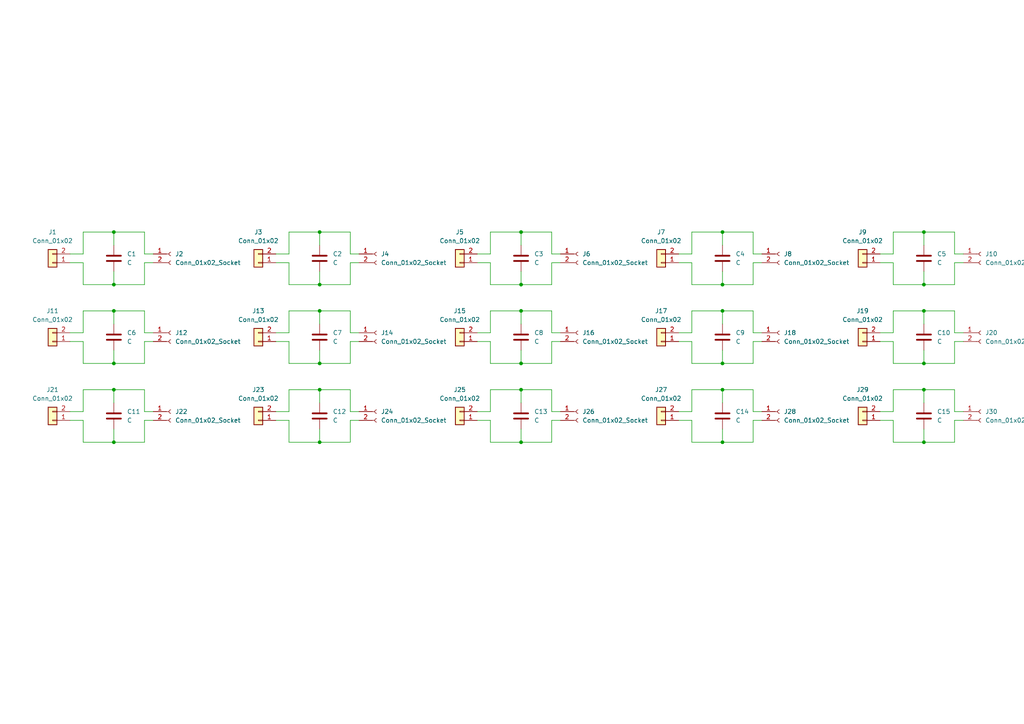
<source format=kicad_sch>
(kicad_sch (version 20231120) (generator "eeschema") (generator_version "8.0")
  (paper "A4")
  (lib_symbols
    (symbol "Connector:Conn_01x02_Socket" (pin_names (offset 1.016) hide)
      (property "Reference" "J" (at 0 2.54 0))
      (property "Value" "Conn_01x02_Socket" (at 0 -5.08 0))
      (symbol "Conn_01x02_Socket_1_1"
        (arc (start 0 -2.032) (mid -0.5058 -2.54) (end 0 -3.048) (stroke (width 0.1524)))
        (polyline (pts (xy -1.27 -2.54) (xy -0.508 -2.54)) (stroke (width 0.1524)))
        (polyline (pts (xy -1.27 0) (xy -0.508 0)) (stroke (width 0.1524)))
        (arc (start 0 0.508) (mid -0.5058 0) (end 0 -0.508) (stroke (width 0.1524)))
        (pin passive line (at -5.08 0 0) (length 3.81) (name "Pin_1") (number "1"))
        (pin passive line (at -5.08 -2.54 0) (length 3.81) (name "Pin_2") (number "2"))
      )
    )
    (symbol "Connector_Generic:Conn_01x02" (pin_names (offset 1.016) hide)
      (property "Reference" "J" (at 0 2.54 0))
      (property "Value" "Conn_01x02" (at 0 -5.08 0))
      (symbol "Conn_01x02_1_1"
        (rectangle (start -1.27 -2.413) (end 0 -2.667) (stroke (width 0.1524)))
        (rectangle (start -1.27 0.127) (end 0 -0.127) (stroke (width 0.1524)))
        (rectangle (start -1.27 1.27) (end 1.27 -3.81) (stroke (width 0.254)) (fill (type background)))
        (pin passive line (at -5.08 0 0) (length 3.81) (name "Pin_1") (number "1"))
        (pin passive line (at -5.08 -2.54 0) (length 3.81) (name "Pin_2") (number "2"))
      )
    )
    (symbol "Device:C" (pin_numbers hide) (pin_names (offset 0.254))
      (property "Reference" "C" (at 0.635 2.54 0))
      (property "Value" "C" (at 0.635 -2.54 0))
      (symbol "C_0_1"
        (polyline (pts (xy -2.032 -0.762) (xy 2.032 -0.762)) (stroke (width 0.508)))
        (polyline (pts (xy -2.032 0.762) (xy 2.032 0.762)) (stroke (width 0.508)))
      )
      (symbol "C_1_1"
        (pin passive line (at 0 3.81 270) (length 2.794) (name "~") (number "1"))
        (pin passive line (at 0 -3.81 90) (length 2.794) (name "~") (number "2"))
      )
    )
  )
  (junction (at 92.71 105.41))
  (junction (at 209.55 128.27))
  (junction (at 267.97 67.31))
  (junction (at 33.02 67.31))
  (junction (at 151.13 105.41))
  (junction (at 33.02 82.55))
  (junction (at 151.13 113.03))
  (junction (at 33.02 113.03))
  (junction (at 92.71 113.03))
  (junction (at 267.97 105.41))
  (junction (at 92.71 128.27))
  (junction (at 267.97 128.27))
  (junction (at 209.55 105.41))
  (junction (at 151.13 128.27))
  (junction (at 209.55 90.17))
  (junction (at 33.02 105.41))
  (junction (at 92.71 67.31))
  (junction (at 92.71 90.17))
  (junction (at 33.02 128.27))
  (junction (at 151.13 90.17))
  (junction (at 267.97 90.17))
  (junction (at 151.13 67.31))
  (junction (at 209.55 67.31))
  (junction (at 267.97 82.55))
  (junction (at 151.13 82.55))
  (junction (at 209.55 113.03))
  (junction (at 33.02 90.17))
  (junction (at 267.97 113.03))
  (junction (at 92.71 82.55))
  (junction (at 209.55 82.55))
  (wire (pts (xy 218.44 73.66) (xy 220.98 73.66)))
  (wire (pts (xy 151.13 67.31) (xy 151.13 71.12)))
  (wire (pts (xy 276.86 82.55) (xy 276.86 76.2)))
  (wire (pts (xy 267.97 113.03) (xy 276.86 113.03)))
  (wire (pts (xy 196.85 73.66) (xy 200.66 73.66)))
  (wire (pts (xy 24.13 82.55) (xy 33.02 82.55)))
  (wire (pts (xy 209.55 90.17) (xy 209.55 93.98)))
  (wire (pts (xy 33.02 78.74) (xy 33.02 82.55)))
  (wire (pts (xy 151.13 124.46) (xy 151.13 128.27)))
  (wire (pts (xy 151.13 101.6) (xy 151.13 105.41)))
  (wire (pts (xy 267.97 124.46) (xy 267.97 128.27)))
  (wire (pts (xy 101.6 119.38) (xy 104.14 119.38)))
  (wire (pts (xy 92.71 67.31) (xy 92.71 71.12)))
  (wire (pts (xy 218.44 128.27) (xy 218.44 121.92)))
  (wire (pts (xy 138.43 119.38) (xy 142.24 119.38)))
  (wire (pts (xy 267.97 113.03) (xy 267.97 116.84)))
  (wire (pts (xy 259.08 119.38) (xy 259.08 113.03)))
  (wire (pts (xy 142.24 76.2) (xy 142.24 82.55)))
  (wire (pts (xy 160.02 128.27) (xy 160.02 121.92)))
  (wire (pts (xy 160.02 121.92) (xy 162.56 121.92)))
  (wire (pts (xy 101.6 121.92) (xy 104.14 121.92)))
  (wire (pts (xy 259.08 121.92) (xy 259.08 128.27)))
  (wire (pts (xy 33.02 90.17) (xy 41.91 90.17)))
  (wire (pts (xy 80.01 73.66) (xy 83.82 73.66)))
  (wire (pts (xy 83.82 119.38) (xy 83.82 113.03)))
  (wire (pts (xy 200.66 96.52) (xy 200.66 90.17)))
  (wire (pts (xy 20.32 119.38) (xy 24.13 119.38)))
  (wire (pts (xy 83.82 128.27) (xy 92.71 128.27)))
  (wire (pts (xy 259.08 82.55) (xy 267.97 82.55)))
  (wire (pts (xy 255.27 119.38) (xy 259.08 119.38)))
  (wire (pts (xy 92.71 128.27) (xy 101.6 128.27)))
  (wire (pts (xy 276.86 67.31) (xy 276.86 73.66)))
  (wire (pts (xy 276.86 90.17) (xy 276.86 96.52)))
  (wire (pts (xy 259.08 90.17) (xy 267.97 90.17)))
  (wire (pts (xy 92.71 101.6) (xy 92.71 105.41)))
  (wire (pts (xy 33.02 82.55) (xy 41.91 82.55)))
  (wire (pts (xy 209.55 101.6) (xy 209.55 105.41)))
  (wire (pts (xy 259.08 128.27) (xy 267.97 128.27)))
  (wire (pts (xy 33.02 67.31) (xy 33.02 71.12)))
  (wire (pts (xy 92.71 90.17) (xy 101.6 90.17)))
  (wire (pts (xy 92.71 113.03) (xy 101.6 113.03)))
  (wire (pts (xy 92.71 124.46) (xy 92.71 128.27)))
  (wire (pts (xy 83.82 99.06) (xy 83.82 105.41)))
  (wire (pts (xy 138.43 121.92) (xy 142.24 121.92)))
  (wire (pts (xy 20.32 96.52) (xy 24.13 96.52)))
  (wire (pts (xy 276.86 99.06) (xy 279.4 99.06)))
  (wire (pts (xy 41.91 113.03) (xy 41.91 119.38)))
  (wire (pts (xy 92.71 67.31) (xy 101.6 67.31)))
  (wire (pts (xy 24.13 90.17) (xy 33.02 90.17)))
  (wire (pts (xy 200.66 90.17) (xy 209.55 90.17)))
  (wire (pts (xy 255.27 76.2) (xy 259.08 76.2)))
  (wire (pts (xy 41.91 121.92) (xy 44.45 121.92)))
  (wire (pts (xy 101.6 105.41) (xy 101.6 99.06)))
  (wire (pts (xy 142.24 121.92) (xy 142.24 128.27)))
  (wire (pts (xy 160.02 119.38) (xy 162.56 119.38)))
  (wire (pts (xy 267.97 78.74) (xy 267.97 82.55)))
  (wire (pts (xy 24.13 73.66) (xy 24.13 67.31)))
  (wire (pts (xy 138.43 96.52) (xy 142.24 96.52)))
  (wire (pts (xy 200.66 99.06) (xy 200.66 105.41)))
  (wire (pts (xy 209.55 67.31) (xy 218.44 67.31)))
  (wire (pts (xy 142.24 90.17) (xy 151.13 90.17)))
  (wire (pts (xy 33.02 128.27) (xy 41.91 128.27)))
  (wire (pts (xy 160.02 76.2) (xy 162.56 76.2)))
  (wire (pts (xy 209.55 82.55) (xy 218.44 82.55)))
  (wire (pts (xy 33.02 105.41) (xy 41.91 105.41)))
  (wire (pts (xy 276.86 96.52) (xy 279.4 96.52)))
  (wire (pts (xy 209.55 90.17) (xy 218.44 90.17)))
  (wire (pts (xy 138.43 99.06) (xy 142.24 99.06)))
  (wire (pts (xy 92.71 90.17) (xy 92.71 93.98)))
  (wire (pts (xy 142.24 82.55) (xy 151.13 82.55)))
  (wire (pts (xy 196.85 99.06) (xy 200.66 99.06)))
  (wire (pts (xy 41.91 67.31) (xy 41.91 73.66)))
  (wire (pts (xy 142.24 67.31) (xy 151.13 67.31)))
  (wire (pts (xy 196.85 119.38) (xy 200.66 119.38)))
  (wire (pts (xy 160.02 67.31) (xy 160.02 73.66)))
  (wire (pts (xy 160.02 105.41) (xy 160.02 99.06)))
  (wire (pts (xy 24.13 96.52) (xy 24.13 90.17)))
  (wire (pts (xy 33.02 67.31) (xy 41.91 67.31)))
  (wire (pts (xy 92.71 78.74) (xy 92.71 82.55)))
  (wire (pts (xy 142.24 119.38) (xy 142.24 113.03)))
  (wire (pts (xy 151.13 113.03) (xy 151.13 116.84)))
  (wire (pts (xy 24.13 99.06) (xy 24.13 105.41)))
  (wire (pts (xy 218.44 67.31) (xy 218.44 73.66)))
  (wire (pts (xy 83.82 82.55) (xy 92.71 82.55)))
  (wire (pts (xy 209.55 128.27) (xy 218.44 128.27)))
  (wire (pts (xy 92.71 82.55) (xy 101.6 82.55)))
  (wire (pts (xy 101.6 82.55) (xy 101.6 76.2)))
  (wire (pts (xy 218.44 96.52) (xy 220.98 96.52)))
  (wire (pts (xy 101.6 76.2) (xy 104.14 76.2)))
  (wire (pts (xy 267.97 128.27) (xy 276.86 128.27)))
  (wire (pts (xy 196.85 121.92) (xy 200.66 121.92)))
  (wire (pts (xy 255.27 121.92) (xy 259.08 121.92)))
  (wire (pts (xy 92.71 105.41) (xy 101.6 105.41)))
  (wire (pts (xy 83.82 121.92) (xy 83.82 128.27)))
  (wire (pts (xy 151.13 113.03) (xy 160.02 113.03)))
  (wire (pts (xy 151.13 90.17) (xy 160.02 90.17)))
  (wire (pts (xy 83.82 96.52) (xy 83.82 90.17)))
  (wire (pts (xy 200.66 76.2) (xy 200.66 82.55)))
  (wire (pts (xy 151.13 67.31) (xy 160.02 67.31)))
  (wire (pts (xy 200.66 113.03) (xy 209.55 113.03)))
  (wire (pts (xy 267.97 90.17) (xy 276.86 90.17)))
  (wire (pts (xy 20.32 99.06) (xy 24.13 99.06)))
  (wire (pts (xy 259.08 96.52) (xy 259.08 90.17)))
  (wire (pts (xy 200.66 121.92) (xy 200.66 128.27)))
  (wire (pts (xy 200.66 82.55) (xy 209.55 82.55)))
  (wire (pts (xy 24.13 128.27) (xy 33.02 128.27)))
  (wire (pts (xy 160.02 113.03) (xy 160.02 119.38)))
  (wire (pts (xy 276.86 121.92) (xy 279.4 121.92)))
  (wire (pts (xy 267.97 101.6) (xy 267.97 105.41)))
  (wire (pts (xy 196.85 96.52) (xy 200.66 96.52)))
  (wire (pts (xy 101.6 99.06) (xy 104.14 99.06)))
  (wire (pts (xy 209.55 78.74) (xy 209.55 82.55)))
  (wire (pts (xy 83.82 105.41) (xy 92.71 105.41)))
  (wire (pts (xy 209.55 105.41) (xy 218.44 105.41)))
  (wire (pts (xy 218.44 121.92) (xy 220.98 121.92)))
  (wire (pts (xy 209.55 113.03) (xy 218.44 113.03)))
  (wire (pts (xy 83.82 76.2) (xy 83.82 82.55)))
  (wire (pts (xy 41.91 73.66) (xy 44.45 73.66)))
  (wire (pts (xy 267.97 105.41) (xy 276.86 105.41)))
  (wire (pts (xy 218.44 119.38) (xy 220.98 119.38)))
  (wire (pts (xy 218.44 76.2) (xy 220.98 76.2)))
  (wire (pts (xy 83.82 113.03) (xy 92.71 113.03)))
  (wire (pts (xy 259.08 76.2) (xy 259.08 82.55)))
  (wire (pts (xy 255.27 73.66) (xy 259.08 73.66)))
  (wire (pts (xy 101.6 67.31) (xy 101.6 73.66)))
  (wire (pts (xy 101.6 113.03) (xy 101.6 119.38)))
  (wire (pts (xy 160.02 73.66) (xy 162.56 73.66)))
  (wire (pts (xy 209.55 67.31) (xy 209.55 71.12)))
  (wire (pts (xy 80.01 119.38) (xy 83.82 119.38)))
  (wire (pts (xy 160.02 82.55) (xy 160.02 76.2)))
  (wire (pts (xy 259.08 67.31) (xy 267.97 67.31)))
  (wire (pts (xy 24.13 121.92) (xy 24.13 128.27)))
  (wire (pts (xy 267.97 67.31) (xy 276.86 67.31)))
  (wire (pts (xy 200.66 67.31) (xy 209.55 67.31)))
  (wire (pts (xy 200.66 128.27) (xy 209.55 128.27)))
  (wire (pts (xy 41.91 99.06) (xy 44.45 99.06)))
  (wire (pts (xy 276.86 119.38) (xy 279.4 119.38)))
  (wire (pts (xy 142.24 105.41) (xy 151.13 105.41)))
  (wire (pts (xy 276.86 105.41) (xy 276.86 99.06)))
  (wire (pts (xy 83.82 90.17) (xy 92.71 90.17)))
  (wire (pts (xy 151.13 105.41) (xy 160.02 105.41)))
  (wire (pts (xy 80.01 99.06) (xy 83.82 99.06)))
  (wire (pts (xy 41.91 128.27) (xy 41.91 121.92)))
  (wire (pts (xy 267.97 90.17) (xy 267.97 93.98)))
  (wire (pts (xy 24.13 67.31) (xy 33.02 67.31)))
  (wire (pts (xy 218.44 82.55) (xy 218.44 76.2)))
  (wire (pts (xy 101.6 128.27) (xy 101.6 121.92)))
  (wire (pts (xy 142.24 96.52) (xy 142.24 90.17)))
  (wire (pts (xy 33.02 90.17) (xy 33.02 93.98)))
  (wire (pts (xy 33.02 113.03) (xy 41.91 113.03)))
  (wire (pts (xy 142.24 99.06) (xy 142.24 105.41)))
  (wire (pts (xy 92.71 113.03) (xy 92.71 116.84)))
  (wire (pts (xy 20.32 76.2) (xy 24.13 76.2)))
  (wire (pts (xy 151.13 82.55) (xy 160.02 82.55)))
  (wire (pts (xy 160.02 90.17) (xy 160.02 96.52)))
  (wire (pts (xy 80.01 76.2) (xy 83.82 76.2)))
  (wire (pts (xy 138.43 76.2) (xy 142.24 76.2)))
  (wire (pts (xy 41.91 82.55) (xy 41.91 76.2)))
  (wire (pts (xy 80.01 96.52) (xy 83.82 96.52)))
  (wire (pts (xy 218.44 113.03) (xy 218.44 119.38)))
  (wire (pts (xy 151.13 90.17) (xy 151.13 93.98)))
  (wire (pts (xy 83.82 73.66) (xy 83.82 67.31)))
  (wire (pts (xy 267.97 82.55) (xy 276.86 82.55)))
  (wire (pts (xy 151.13 128.27) (xy 160.02 128.27)))
  (wire (pts (xy 209.55 124.46) (xy 209.55 128.27)))
  (wire (pts (xy 41.91 90.17) (xy 41.91 96.52)))
  (wire (pts (xy 142.24 73.66) (xy 142.24 67.31)))
  (wire (pts (xy 200.66 105.41) (xy 209.55 105.41)))
  (wire (pts (xy 196.85 76.2) (xy 200.66 76.2)))
  (wire (pts (xy 24.13 76.2) (xy 24.13 82.55)))
  (wire (pts (xy 200.66 73.66) (xy 200.66 67.31)))
  (wire (pts (xy 276.86 76.2) (xy 279.4 76.2)))
  (wire (pts (xy 41.91 96.52) (xy 44.45 96.52)))
  (wire (pts (xy 101.6 73.66) (xy 104.14 73.66)))
  (wire (pts (xy 160.02 99.06) (xy 162.56 99.06)))
  (wire (pts (xy 41.91 105.41) (xy 41.91 99.06)))
  (wire (pts (xy 259.08 99.06) (xy 259.08 105.41)))
  (wire (pts (xy 138.43 73.66) (xy 142.24 73.66)))
  (wire (pts (xy 259.08 105.41) (xy 267.97 105.41)))
  (wire (pts (xy 33.02 101.6) (xy 33.02 105.41)))
  (wire (pts (xy 20.32 121.92) (xy 24.13 121.92)))
  (wire (pts (xy 24.13 119.38) (xy 24.13 113.03)))
  (wire (pts (xy 33.02 124.46) (xy 33.02 128.27)))
  (wire (pts (xy 20.32 73.66) (xy 24.13 73.66)))
  (wire (pts (xy 142.24 128.27) (xy 151.13 128.27)))
  (wire (pts (xy 276.86 73.66) (xy 279.4 73.66)))
  (wire (pts (xy 255.27 96.52) (xy 259.08 96.52)))
  (wire (pts (xy 24.13 113.03) (xy 33.02 113.03)))
  (wire (pts (xy 33.02 113.03) (xy 33.02 116.84)))
  (wire (pts (xy 151.13 78.74) (xy 151.13 82.55)))
  (wire (pts (xy 209.55 113.03) (xy 209.55 116.84)))
  (wire (pts (xy 160.02 96.52) (xy 162.56 96.52)))
  (wire (pts (xy 101.6 96.52) (xy 104.14 96.52)))
  (wire (pts (xy 218.44 99.06) (xy 220.98 99.06)))
  (wire (pts (xy 24.13 105.41) (xy 33.02 105.41)))
  (wire (pts (xy 142.24 113.03) (xy 151.13 113.03)))
  (wire (pts (xy 276.86 128.27) (xy 276.86 121.92)))
  (wire (pts (xy 41.91 119.38) (xy 44.45 119.38)))
  (wire (pts (xy 83.82 67.31) (xy 92.71 67.31)))
  (wire (pts (xy 80.01 121.92) (xy 83.82 121.92)))
  (wire (pts (xy 255.27 99.06) (xy 259.08 99.06)))
  (wire (pts (xy 259.08 73.66) (xy 259.08 67.31)))
  (wire (pts (xy 200.66 119.38) (xy 200.66 113.03)))
  (wire (pts (xy 276.86 113.03) (xy 276.86 119.38)))
  (wire (pts (xy 259.08 113.03) (xy 267.97 113.03)))
  (wire (pts (xy 267.97 67.31) (xy 267.97 71.12)))
  (wire (pts (xy 218.44 105.41) (xy 218.44 99.06)))
  (wire (pts (xy 101.6 90.17) (xy 101.6 96.52)))
  (wire (pts (xy 218.44 90.17) (xy 218.44 96.52)))
  (wire (pts (xy 41.91 76.2) (xy 44.45 76.2)))
  (symbol (lib_id "Connector:Conn_01x02_Socket") (at 167.64 96.52 0) (unit 1)
    (property "Reference" "J16" (at 168.91 96.5199 0) (effects (justify left)))
    (property "Value" "Conn_01x02_Socket" (at 168.91 99.0599 0) (effects (justify left)))
    (property "Footprint" "Library:Coil_Con" (effects (hide yes)))
    (property "Description" "Generic connector, single row, 01x02, script generated" (effects (hide yes)))
  )
  (symbol (lib_id "Connector:Conn_01x02_Socket") (at 49.53 96.52 0) (unit 1)
    (property "Reference" "J12" (at 50.8 96.5199 0) (effects (justify left)))
    (property "Value" "Conn_01x02_Socket" (at 50.8 99.0599 0) (effects (justify left)))
    (property "Footprint" "Library:Coil_Con" (effects (hide yes)))
    (property "Description" "Generic connector, single row, 01x02, script generated" (effects (hide yes)))
  )
  (symbol (lib_id "Device:C") (at 92.71 97.79 0) (unit 1)
    (property "Reference" "C7" (at 96.52 96.5199 0) (effects (justify left)))
    (property "Value" "C" (at 96.52 99.0599 0) (effects (justify left)))
    (property "Footprint" "Capacitor_SMD:C_1206_3216Metric" (effects (hide yes)))
    (property "Description" "Unpolarized capacitor" (effects (hide yes)))
  )
  (symbol (lib_id "Device:C") (at 209.55 120.65 0) (unit 1)
    (property "Reference" "C14" (at 213.36 119.3799 0) (effects (justify left)))
    (property "Value" "C" (at 213.36 121.9199 0) (effects (justify left)))
    (property "Footprint" "Capacitor_SMD:C_1206_3216Metric" (effects (hide yes)))
    (property "Description" "Unpolarized capacitor" (effects (hide yes)))
  )
  (symbol (lib_id "Device:C") (at 267.97 74.93 0) (unit 1)
    (property "Reference" "C5" (at 271.78 73.6599 0) (effects (justify left)))
    (property "Value" "C" (at 271.78 76.1999 0) (effects (justify left)))
    (property "Footprint" "Capacitor_SMD:C_1206_3216Metric" (effects (hide yes)))
    (property "Description" "Unpolarized capacitor" (effects (hide yes)))
  )
  (symbol (lib_id "Device:C") (at 209.55 74.93 0) (unit 1)
    (property "Reference" "C4" (at 213.36 73.6599 0) (effects (justify left)))
    (property "Value" "C" (at 213.36 76.1999 0) (effects (justify left)))
    (property "Footprint" "Capacitor_SMD:C_1206_3216Metric" (effects (hide yes)))
    (property "Description" "Unpolarized capacitor" (effects (hide yes)))
  )
  (symbol (lib_id "Connector:Conn_01x02_Socket") (at 109.22 96.52 0) (unit 1)
    (property "Reference" "J14" (at 110.49 96.5199 0) (effects (justify left)))
    (property "Value" "Conn_01x02_Socket" (at 110.49 99.0599 0) (effects (justify left)))
    (property "Footprint" "Library:Coil_Con" (effects (hide yes)))
    (property "Description" "Generic connector, single row, 01x02, script generated" (effects (hide yes)))
  )
  (symbol (lib_id "Device:C") (at 92.71 74.93 0) (unit 1)
    (property "Reference" "C2" (at 96.52 73.6599 0) (effects (justify left)))
    (property "Value" "C" (at 96.52 76.1999 0) (effects (justify left)))
    (property "Footprint" "Capacitor_SMD:C_1206_3216Metric" (effects (hide yes)))
    (property "Description" "Unpolarized capacitor" (effects (hide yes)))
  )
  (symbol (lib_id "Device:C") (at 151.13 74.93 0) (unit 1)
    (property "Reference" "C3" (at 154.94 73.6599 0) (effects (justify left)))
    (property "Value" "C" (at 154.94 76.1999 0) (effects (justify left)))
    (property "Footprint" "Capacitor_SMD:C_1206_3216Metric" (effects (hide yes)))
    (property "Description" "Unpolarized capacitor" (effects (hide yes)))
  )
  (symbol (lib_id "Connector_Generic:Conn_01x02") (at 74.93 121.92 180) (unit 1)
    (property "Reference" "J23" (at 74.93 113.03 0))
    (property "Value" "Conn_01x02" (at 74.93 115.57 0))
    (property "Footprint" "Connector_PinHeader_1.00mm:PinHeader_2x01_P1.00mm_Vertical" (effects (hide yes)))
    (property "Description" "Generic connector, single row, 01x02, script generated (kicad-library-utils/schlib/autogen/connector/)" (effects (hide yes)))
  )
  (symbol (lib_id "Connector_Generic:Conn_01x02") (at 250.19 121.92 180) (unit 1)
    (property "Reference" "J29" (at 250.19 113.03 0))
    (property "Value" "Conn_01x02" (at 250.19 115.57 0))
    (property "Footprint" "Connector_PinHeader_1.00mm:PinHeader_2x01_P1.00mm_Vertical" (effects (hide yes)))
    (property "Description" "Generic connector, single row, 01x02, script generated (kicad-library-utils/schlib/autogen/connector/)" (effects (hide yes)))
  )
  (symbol (lib_id "Device:C") (at 92.71 120.65 0) (unit 1)
    (property "Reference" "C12" (at 96.52 119.3799 0) (effects (justify left)))
    (property "Value" "C" (at 96.52 121.9199 0) (effects (justify left)))
    (property "Footprint" "Capacitor_SMD:C_1206_3216Metric" (effects (hide yes)))
    (property "Description" "Unpolarized capacitor" (effects (hide yes)))
  )
  (symbol (lib_id "Connector:Conn_01x02_Socket") (at 284.48 73.66 0) (unit 1)
    (property "Reference" "J10" (at 285.75 73.6599 0) (effects (justify left)))
    (property "Value" "Conn_01x02_Socket" (at 285.75 76.1999 0) (effects (justify left)))
    (property "Footprint" "Library:Coil_Con" (effects (hide yes)))
    (property "Description" "Generic connector, single row, 01x02, script generated" (effects (hide yes)))
  )
  (symbol (lib_id "Connector_Generic:Conn_01x02") (at 250.19 76.2 180) (unit 1)
    (property "Reference" "J9" (at 250.19 67.31 0))
    (property "Value" "Conn_01x02" (at 250.19 69.85 0))
    (property "Footprint" "Connector_PinHeader_1.00mm:PinHeader_2x01_P1.00mm_Vertical" (effects (hide yes)))
    (property "Description" "Generic connector, single row, 01x02, script generated (kicad-library-utils/schlib/autogen/connector/)" (effects (hide yes)))
  )
  (symbol (lib_id "Connector:Conn_01x02_Socket") (at 226.06 96.52 0) (unit 1)
    (property "Reference" "J18" (at 227.33 96.5199 0) (effects (justify left)))
    (property "Value" "Conn_01x02_Socket" (at 227.33 99.0599 0) (effects (justify left)))
    (property "Footprint" "Library:Coil_Con" (effects (hide yes)))
    (property "Description" "Generic connector, single row, 01x02, script generated" (effects (hide yes)))
  )
  (symbol (lib_id "Device:C") (at 33.02 74.93 0) (unit 1)
    (property "Reference" "C1" (at 36.83 73.6599 0) (effects (justify left)))
    (property "Value" "C" (at 36.83 76.1999 0) (effects (justify left)))
    (property "Footprint" "Capacitor_SMD:C_1206_3216Metric" (effects (hide yes)))
    (property "Description" "Unpolarized capacitor" (effects (hide yes)))
  )
  (symbol (lib_id "Device:C") (at 33.02 97.79 0) (unit 1)
    (property "Reference" "C6" (at 36.83 96.5199 0) (effects (justify left)))
    (property "Value" "C" (at 36.83 99.0599 0) (effects (justify left)))
    (property "Footprint" "Capacitor_SMD:C_1206_3216Metric" (effects (hide yes)))
    (property "Description" "Unpolarized capacitor" (effects (hide yes)))
  )
  (symbol (lib_id "Connector_Generic:Conn_01x02") (at 191.77 99.06 180) (unit 1)
    (property "Reference" "J17" (at 191.77 90.17 0))
    (property "Value" "Conn_01x02" (at 191.77 92.71 0))
    (property "Footprint" "Connector_PinHeader_1.00mm:PinHeader_2x01_P1.00mm_Vertical" (effects (hide yes)))
    (property "Description" "Generic connector, single row, 01x02, script generated (kicad-library-utils/schlib/autogen/connector/)" (effects (hide yes)))
  )
  (symbol (lib_id "Device:C") (at 267.97 120.65 0) (unit 1)
    (property "Reference" "C15" (at 271.78 119.3799 0) (effects (justify left)))
    (property "Value" "C" (at 271.78 121.9199 0) (effects (justify left)))
    (property "Footprint" "Capacitor_SMD:C_1206_3216Metric" (effects (hide yes)))
    (property "Description" "Unpolarized capacitor" (effects (hide yes)))
  )
  (symbol (lib_id "Connector:Conn_01x02_Socket") (at 49.53 119.38 0) (unit 1)
    (property "Reference" "J22" (at 50.8 119.3799 0) (effects (justify left)))
    (property "Value" "Conn_01x02_Socket" (at 50.8 121.9199 0) (effects (justify left)))
    (property "Footprint" "Library:Coil_Con" (effects (hide yes)))
    (property "Description" "Generic connector, single row, 01x02, script generated" (effects (hide yes)))
  )
  (symbol (lib_id "Connector_Generic:Conn_01x02") (at 15.24 99.06 180) (unit 1)
    (property "Reference" "J11" (at 15.24 90.17 0))
    (property "Value" "Conn_01x02" (at 15.24 92.71 0))
    (property "Footprint" "Connector_PinHeader_1.00mm:PinHeader_2x01_P1.00mm_Vertical" (effects (hide yes)))
    (property "Description" "Generic connector, single row, 01x02, script generated (kicad-library-utils/schlib/autogen/connector/)" (effects (hide yes)))
  )
  (symbol (lib_id "Connector:Conn_01x02_Socket") (at 167.64 73.66 0) (unit 1)
    (property "Reference" "J6" (at 168.91 73.6599 0) (effects (justify left)))
    (property "Value" "Conn_01x02_Socket" (at 168.91 76.1999 0) (effects (justify left)))
    (property "Footprint" "Library:Coil_Con" (effects (hide yes)))
    (property "Description" "Generic connector, single row, 01x02, script generated" (effects (hide yes)))
  )
  (symbol (lib_id "Device:C") (at 33.02 120.65 0) (unit 1)
    (property "Reference" "C11" (at 36.83 119.3799 0) (effects (justify left)))
    (property "Value" "C" (at 36.83 121.9199 0) (effects (justify left)))
    (property "Footprint" "Capacitor_SMD:C_1206_3216Metric" (effects (hide yes)))
    (property "Description" "Unpolarized capacitor" (effects (hide yes)))
  )
  (symbol (lib_id "Connector:Conn_01x02_Socket") (at 226.06 73.66 0) (unit 1)
    (property "Reference" "J8" (at 227.33 73.6599 0) (effects (justify left)))
    (property "Value" "Conn_01x02_Socket" (at 227.33 76.1999 0) (effects (justify left)))
    (property "Footprint" "Library:Coil_Con" (effects (hide yes)))
    (property "Description" "Generic connector, single row, 01x02, script generated" (effects (hide yes)))
  )
  (symbol (lib_id "Connector:Conn_01x02_Socket") (at 49.53 73.66 0) (unit 1)
    (property "Reference" "J2" (at 50.8 73.6599 0) (effects (justify left)))
    (property "Value" "Conn_01x02_Socket" (at 50.8 76.1999 0) (effects (justify left)))
    (property "Footprint" "Library:Coil_Con" (effects (hide yes)))
    (property "Description" "Generic connector, single row, 01x02, script generated" (effects (hide yes)))
  )
  (symbol (lib_id "Connector:Conn_01x02_Socket") (at 226.06 119.38 0) (unit 1)
    (property "Reference" "J28" (at 227.33 119.3799 0) (effects (justify left)))
    (property "Value" "Conn_01x02_Socket" (at 227.33 121.9199 0) (effects (justify left)))
    (property "Footprint" "Library:Coil_Con" (effects (hide yes)))
    (property "Description" "Generic connector, single row, 01x02, script generated" (effects (hide yes)))
  )
  (symbol (lib_id "Connector_Generic:Conn_01x02") (at 74.93 99.06 180) (unit 1)
    (property "Reference" "J13" (at 74.93 90.17 0))
    (property "Value" "Conn_01x02" (at 74.93 92.71 0))
    (property "Footprint" "Connector_PinHeader_1.00mm:PinHeader_2x01_P1.00mm_Vertical" (effects (hide yes)))
    (property "Description" "Generic connector, single row, 01x02, script generated (kicad-library-utils/schlib/autogen/connector/)" (effects (hide yes)))
  )
  (symbol (lib_id "Device:C") (at 209.55 97.79 0) (unit 1)
    (property "Reference" "C9" (at 213.36 96.5199 0) (effects (justify left)))
    (property "Value" "C" (at 213.36 99.0599 0) (effects (justify left)))
    (property "Footprint" "Capacitor_SMD:C_1206_3216Metric" (effects (hide yes)))
    (property "Description" "Unpolarized capacitor" (effects (hide yes)))
  )
  (symbol (lib_id "Connector_Generic:Conn_01x02") (at 15.24 76.2 180) (unit 1)
    (property "Reference" "J1" (at 15.24 67.31 0))
    (property "Value" "Conn_01x02" (at 15.24 69.85 0))
    (property "Footprint" "Connector_PinHeader_1.00mm:PinHeader_2x01_P1.00mm_Vertical" (effects (hide yes)))
    (property "Description" "Generic connector, single row, 01x02, script generated (kicad-library-utils/schlib/autogen/connector/)" (effects (hide yes)))
  )
  (symbol (lib_id "Device:C") (at 151.13 97.79 0) (unit 1)
    (property "Reference" "C8" (at 154.94 96.5199 0) (effects (justify left)))
    (property "Value" "C" (at 154.94 99.0599 0) (effects (justify left)))
    (property "Footprint" "Capacitor_SMD:C_1206_3216Metric" (effects (hide yes)))
    (property "Description" "Unpolarized capacitor" (effects (hide yes)))
  )
  (symbol (lib_id "Connector:Conn_01x02_Socket") (at 167.64 119.38 0) (unit 1)
    (property "Reference" "J26" (at 168.91 119.3799 0) (effects (justify left)))
    (property "Value" "Conn_01x02_Socket" (at 168.91 121.9199 0) (effects (justify left)))
    (property "Footprint" "Library:Coil_Con" (effects (hide yes)))
    (property "Description" "Generic connector, single row, 01x02, script generated" (effects (hide yes)))
  )
  (symbol (lib_id "Connector_Generic:Conn_01x02") (at 15.24 121.92 180) (unit 1)
    (property "Reference" "J21" (at 15.24 113.03 0))
    (property "Value" "Conn_01x02" (at 15.24 115.57 0))
    (property "Footprint" "Connector_PinHeader_1.00mm:PinHeader_2x01_P1.00mm_Vertical" (effects (hide yes)))
    (property "Description" "Generic connector, single row, 01x02, script generated (kicad-library-utils/schlib/autogen/connector/)" (effects (hide yes)))
  )
  (symbol (lib_id "Connector_Generic:Conn_01x02") (at 191.77 121.92 180) (unit 1)
    (property "Reference" "J27" (at 191.77 113.03 0))
    (property "Value" "Conn_01x02" (at 191.77 115.57 0))
    (property "Footprint" "Connector_PinHeader_1.00mm:PinHeader_2x01_P1.00mm_Vertical" (effects (hide yes)))
    (property "Description" "Generic connector, single row, 01x02, script generated (kicad-library-utils/schlib/autogen/connector/)" (effects (hide yes)))
  )
  (symbol (lib_id "Connector:Conn_01x02_Socket") (at 284.48 96.52 0) (unit 1)
    (property "Reference" "J20" (at 285.75 96.5199 0) (effects (justify left)))
    (property "Value" "Conn_01x02_Socket" (at 285.75 99.0599 0) (effects (justify left)))
    (property "Footprint" "Library:Coil_Con" (effects (hide yes)))
    (property "Description" "Generic connector, single row, 01x02, script generated" (effects (hide yes)))
  )
  (symbol (lib_id "Connector:Conn_01x02_Socket") (at 109.22 119.38 0) (unit 1)
    (property "Reference" "J24" (at 110.49 119.3799 0) (effects (justify left)))
    (property "Value" "Conn_01x02_Socket" (at 110.49 121.9199 0) (effects (justify left)))
    (property "Footprint" "Library:Coil_Con" (effects (hide yes)))
    (property "Description" "Generic connector, single row, 01x02, script generated" (effects (hide yes)))
  )
  (symbol (lib_id "Connector:Conn_01x02_Socket") (at 284.48 119.38 0) (unit 1)
    (property "Reference" "J30" (at 285.75 119.3799 0) (effects (justify left)))
    (property "Value" "Conn_01x02_Socket" (at 285.75 121.9199 0) (effects (justify left)))
    (property "Footprint" "Library:Coil_Con" (effects (hide yes)))
    (property "Description" "Generic connector, single row, 01x02, script generated" (effects (hide yes)))
  )
  (symbol (lib_id "Connector_Generic:Conn_01x02") (at 191.77 76.2 180) (unit 1)
    (property "Reference" "J7" (at 191.77 67.31 0))
    (property "Value" "Conn_01x02" (at 191.77 69.85 0))
    (property "Footprint" "Connector_PinHeader_1.00mm:PinHeader_2x01_P1.00mm_Vertical" (effects (hide yes)))
    (property "Description" "Generic connector, single row, 01x02, script generated (kicad-library-utils/schlib/autogen/connector/)" (effects (hide yes)))
  )
  (symbol (lib_id "Device:C") (at 267.97 97.79 0) (unit 1)
    (property "Reference" "C10" (at 271.78 96.5199 0) (effects (justify left)))
    (property "Value" "C" (at 271.78 99.0599 0) (effects (justify left)))
    (property "Footprint" "Capacitor_SMD:C_1206_3216Metric" (effects (hide yes)))
    (property "Description" "Unpolarized capacitor" (effects (hide yes)))
  )
  (symbol (lib_id "Connector_Generic:Conn_01x02") (at 133.35 121.92 180) (unit 1)
    (property "Reference" "J25" (at 133.35 113.03 0))
    (property "Value" "Conn_01x02" (at 133.35 115.57 0))
    (property "Footprint" "Connector_PinHeader_1.00mm:PinHeader_2x01_P1.00mm_Vertical" (effects (hide yes)))
    (property "Description" "Generic connector, single row, 01x02, script generated (kicad-library-utils/schlib/autogen/connector/)" (effects (hide yes)))
  )
  (symbol (lib_id "Connector:Conn_01x02_Socket") (at 109.22 73.66 0) (unit 1)
    (property "Reference" "J4" (at 110.49 73.6599 0) (effects (justify left)))
    (property "Value" "Conn_01x02_Socket" (at 110.49 76.1999 0) (effects (justify left)))
    (property "Footprint" "Library:Coil_Con" (effects (hide yes)))
    (property "Description" "Generic connector, single row, 01x02, script generated" (effects (hide yes)))
  )
  (symbol (lib_id "Connector_Generic:Conn_01x02") (at 74.93 76.2 180) (unit 1)
    (property "Reference" "J3" (at 74.93 67.31 0))
    (property "Value" "Conn_01x02" (at 74.93 69.85 0))
    (property "Footprint" "Connector_PinHeader_1.00mm:PinHeader_2x01_P1.00mm_Vertical" (effects (hide yes)))
    (property "Description" "Generic connector, single row, 01x02, script generated (kicad-library-utils/schlib/autogen/connector/)" (effects (hide yes)))
  )
  (symbol (lib_id "Connector_Generic:Conn_01x02") (at 133.35 76.2 180) (unit 1)
    (property "Reference" "J5" (at 133.35 67.31 0))
    (property "Value" "Conn_01x02" (at 133.35 69.85 0))
    (property "Footprint" "Connector_PinHeader_1.00mm:PinHeader_2x01_P1.00mm_Vertical" (effects (hide yes)))
    (property "Description" "Generic connector, single row, 01x02, script generated (kicad-library-utils/schlib/autogen/connector/)" (effects (hide yes)))
  )
  (symbol (lib_id "Connector_Generic:Conn_01x02") (at 133.35 99.06 180) (unit 1)
    (property "Reference" "J15" (at 133.35 90.17 0))
    (property "Value" "Conn_01x02" (at 133.35 92.71 0))
    (property "Footprint" "Connector_PinHeader_1.00mm:PinHeader_2x01_P1.00mm_Vertical" (effects (hide yes)))
    (property "Description" "Generic connector, single row, 01x02, script generated (kicad-library-utils/schlib/autogen/connector/)" (effects (hide yes)))
  )
  (symbol (lib_id "Device:C") (at 151.13 120.65 0) (unit 1)
    (property "Reference" "C13" (at 154.94 119.3799 0) (effects (justify left)))
    (property "Value" "C" (at 154.94 121.9199 0) (effects (justify left)))
    (property "Footprint" "Capacitor_SMD:C_1206_3216Metric" (effects (hide yes)))
    (property "Description" "Unpolarized capacitor" (effects (hide yes)))
  )
  (symbol (lib_id "Connector_Generic:Conn_01x02") (at 250.19 99.06 180) (unit 1)
    (property "Reference" "J19" (at 250.19 90.17 0))
    (property "Value" "Conn_01x02" (at 250.19 92.71 0))
    (property "Footprint" "Connector_PinHeader_1.00mm:PinHeader_2x01_P1.00mm_Vertical" (effects (hide yes)))
    (property "Description" "Generic connector, single row, 01x02, script generated (kicad-library-utils/schlib/autogen/connector/)" (effects (hide yes)))
  )
)
</source>
